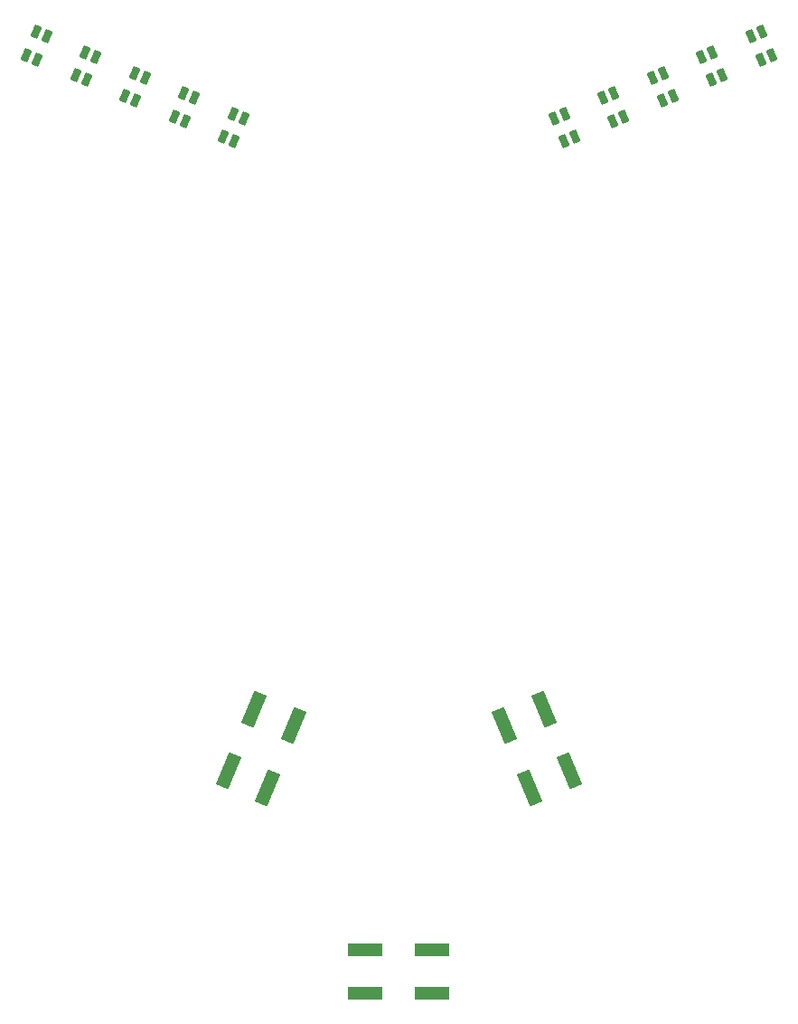
<source format=gbr>
%TF.GenerationSoftware,KiCad,Pcbnew,7.0.10*%
%TF.CreationDate,2025-01-07T08:37:08+09:00*%
%TF.ProjectId,editor,65646974-6f72-42e6-9b69-6361645f7063,rev?*%
%TF.SameCoordinates,Original*%
%TF.FileFunction,Paste,Top*%
%TF.FilePolarity,Positive*%
%FSLAX46Y46*%
G04 Gerber Fmt 4.6, Leading zero omitted, Abs format (unit mm)*
G04 Created by KiCad (PCBNEW 7.0.10) date 2025-01-07 08:37:08*
%MOMM*%
%LPD*%
G01*
G04 APERTURE LIST*
G04 Aperture macros list*
%AMRotRect*
0 Rectangle, with rotation*
0 The origin of the aperture is its center*
0 $1 length*
0 $2 width*
0 $3 Rotation angle, in degrees counterclockwise*
0 Add horizontal line*
21,1,$1,$2,0,0,$3*%
G04 Aperture macros list end*
%ADD10RotRect,1.200000X0.700000X292.619000*%
%ADD11RotRect,1.200000X0.700000X247.381000*%
%ADD12RotRect,3.250000X1.250000X247.381000*%
%ADD13R,3.250000X1.250000*%
%ADD14RotRect,3.250000X1.250000X112.620000*%
G04 APERTURE END LIST*
D10*
%TO.C,LED1*%
X183756614Y-58320162D03*
X184772005Y-57897101D03*
X183875884Y-55746318D03*
X182860493Y-56169379D03*
%TD*%
%TO.C,LED3*%
X174525787Y-62166177D03*
X175541178Y-61743116D03*
X174645057Y-59592333D03*
X173629666Y-60015394D03*
%TD*%
D11*
%TO.C,LED9*%
X119593409Y-59820108D03*
X120608800Y-60243169D03*
X121504921Y-58092386D03*
X120489530Y-57669325D03*
%TD*%
D12*
%TO.C,SW47*%
X139999885Y-120700149D03*
X137596126Y-126469417D03*
X136307554Y-119161743D03*
X133903795Y-124931011D03*
%TD*%
D10*
%TO.C,LED4*%
X169910373Y-64089184D03*
X170925764Y-63666123D03*
X170029643Y-61515340D03*
X169014252Y-61938401D03*
%TD*%
D11*
%TO.C,LED6*%
X133439650Y-65589130D03*
X134455041Y-66012191D03*
X135351162Y-63861408D03*
X134335771Y-63438347D03*
%TD*%
%TO.C,LED8*%
X124208823Y-61743116D03*
X125224214Y-62166177D03*
X126120335Y-60015394D03*
X125104944Y-59592333D03*
%TD*%
D10*
%TO.C,LED2*%
X179141200Y-60243169D03*
X180156591Y-59820108D03*
X179260470Y-57669325D03*
X178245079Y-58092386D03*
%TD*%
D13*
%TO.C,SW49*%
X146750000Y-141700000D03*
X153000000Y-141700000D03*
X146750000Y-145700000D03*
X153000000Y-145700000D03*
%TD*%
D10*
%TO.C,LED5*%
X165294959Y-66012191D03*
X166310350Y-65589130D03*
X165414229Y-63438347D03*
X164398838Y-63861408D03*
%TD*%
D11*
%TO.C,LED10*%
X114977995Y-57897101D03*
X115993386Y-58320162D03*
X116889507Y-56169379D03*
X115874116Y-55746318D03*
%TD*%
%TO.C,LED7*%
X128824236Y-63666123D03*
X129839627Y-64089184D03*
X130735748Y-61938401D03*
X129720357Y-61515340D03*
%TD*%
D14*
%TO.C,SW48*%
X162153937Y-126469428D03*
X159750078Y-120700203D03*
X165846242Y-124930957D03*
X163442383Y-119161732D03*
%TD*%
M02*

</source>
